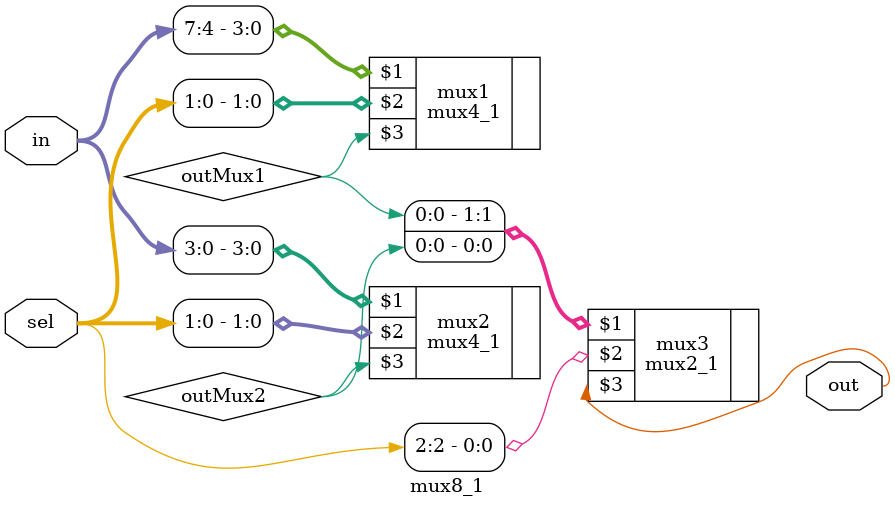
<source format=sv>


// cntrl			Operation						Notes:
// 000:			result = B						value of overflow and carry_out unimportant
// 010:			result = A + B
// 011:			result = A - B
// 100:			result = bitwise A & B		value of overflow and carry_out unimportant
// 101:			result = bitwise A | B		value of overflow and carry_out unimportant
// 110:			result = bitwise A XOR B	value of overflow and carry_out unimportant

//`timescale 1ns/10ps

module Alubit(A, B, Cin, COut, zin, zout, Sel, out);
	input A, B, Cin, zin;
	input [2:0] Sel;
	output out, COut, zout;
	
	wire adderOut, andOut, orOut, muxOut, bBar;
	wire xorout, z; // AxorB
	
	// not not1(bBar, B);
	or    or1(orOut, A, B);
	and   and1(andOut, A, B);
	xor   xor1(xorout, A, B);
	
	// checks zero output
	not not2(z, out);
	and and2(zout, z, zin);
	
	//mux2_1 mux1({bBar, B}, sel[0], muxOut); mux and inverter input into adder is same as an xor gate with b and s[0] input
	xor  xor2(muxOut, B, Sel[0]);
	
	fullAdder adder1(A, muxOut, Cin, COut, adderOut);
//	fullAdder adder1(A, muxOut, Sel[0], COut, Sum);
	
	//mux4_1 mux2({orOut, andOut, adderOut, adderOut}, Sel, out);
	
	mux8_1 mux2({1'b0, xorout, orOut, andOut, adderOut, adderOut,1'b0, B}, Sel, out); // 8:1 mux
endmodule 	
	

//// Full adder module
//module fullAdder (A, B, Cin, Co, Sum);
//	input A, B, Cin;
//	output Co, Sum;
//	
//	wire D, E, F, G, H;
//	
//	xor   XOR1(D, A, B);
//	xor   XOR2(Sum, D, C);
//	
//	and   and1(E, A, B);
//	and   and2(F, A, Cin);
//	and   and3(G, B, Cin);
//	
//	or    or1(H, E, F);
//	or    or2(Co, H,G);
//	
//endmodule

module fullAdder(A,B,C,Carry, Sum);

input A,B,C;
output Sum, Carry;
wire D,E,F;

xor XOR1(D,A,B);
xor XOR2(Sum,D,C);
nand NAND1(E,D,C);
nand NAND2(F,A,B);
nand NAND3(Carry,E,F);

endmodule 

// Mux 8:1
module mux8_1(in, sel, out);
	output out;
	input [7:0] in;
	input [2:0] sel;
	
	wire outMux1, outMux2;
	
	mux4_1 mux1(in[7:4], sel[1:0], outMux1);
	mux4_1 mux2(in[3:0], sel[1:0], outMux2);
	mux2_1 mux3({outMux1, outMux2}, sel[2], out);
endmodule


////4:1 mux built from 2:1 mux
//module mux4_1(in, sel, out);
//	output       out;
//	input  [3:0] in;
//	input  [1:0] sel;
//	
//	wire temp1, temp2;
//	
//	mux2_1 a1(in[3:2], sel[0], temp1);
//	mux2_1 a2(in[1:0], sel[0], temp2);
//	mux2_1 a3({temp1, temp2}, sel[1], out);
//endmodule

//// 2:1 mux
//module mux2_1(in, sel, out);
//	output      out;
//	input [1:0] in;
//	input       sel;
//
//	wire selBar, temp1, temp2;
//	
//	not  a1(selBar, sel);
//	and  a2(temp1, in[1], sel);
//	and  a3(temp2, in[0], selBar);
//	or   a4(out, temp1, temp2);
//endmodule

</source>
